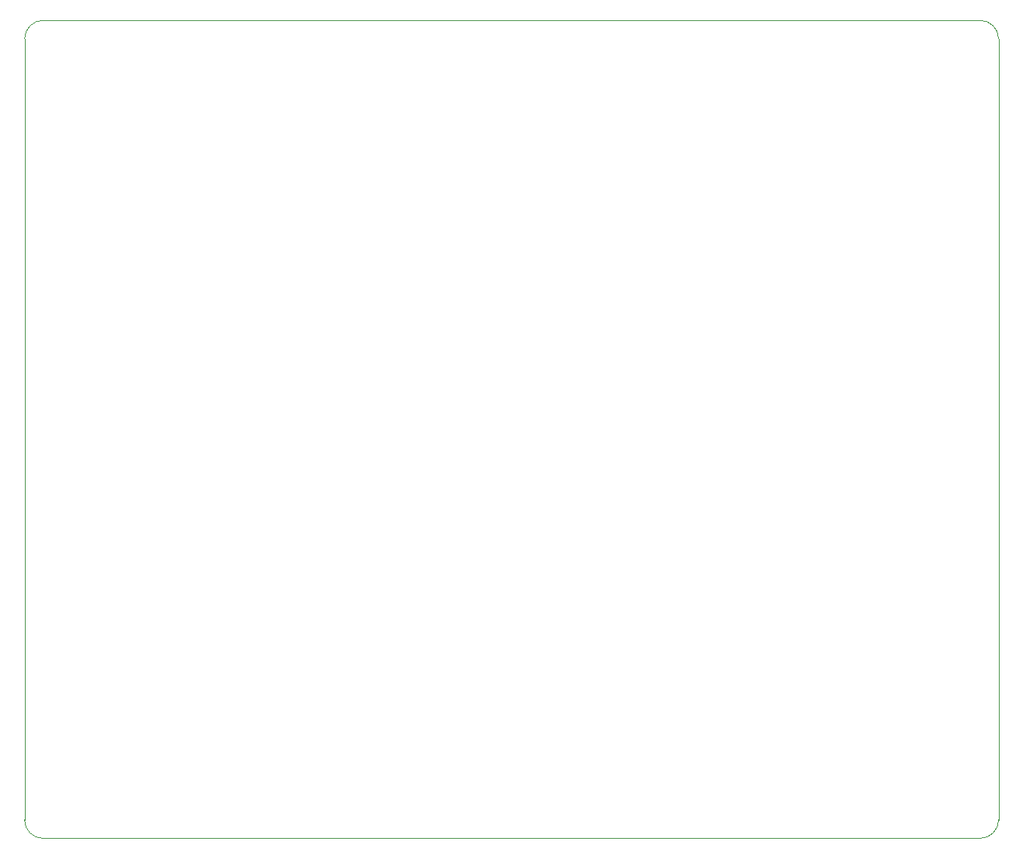
<source format=gbr>
G04 #@! TF.GenerationSoftware,KiCad,Pcbnew,(5.1.5-0-10_14)*
G04 #@! TF.CreationDate,2020-06-05T11:11:00+01:00*
G04 #@! TF.ProjectId,v9958video,76393935-3876-4696-9465-6f2e6b696361,rev?*
G04 #@! TF.SameCoordinates,Original*
G04 #@! TF.FileFunction,Profile,NP*
%FSLAX46Y46*%
G04 Gerber Fmt 4.6, Leading zero omitted, Abs format (unit mm)*
G04 Created by KiCad (PCBNEW (5.1.5-0-10_14)) date 2020-06-05 11:11:00*
%MOMM*%
%LPD*%
G04 APERTURE LIST*
%ADD10C,0.050000*%
G04 APERTURE END LIST*
D10*
X216000000Y-32000000D02*
X216000000Y-117000000D01*
X210000000Y-30000000D02*
X214000000Y-30000000D01*
X210000000Y-119000000D02*
X214000000Y-119000000D01*
X110000000Y-32000000D02*
X110000000Y-117000000D01*
X112000000Y-30000000D02*
X117000000Y-30000000D01*
X112000000Y-119000000D02*
X117000000Y-119000000D01*
X210000000Y-119000000D02*
X117000000Y-119000000D01*
X117000000Y-30000000D02*
X210000000Y-30000000D01*
X110000000Y-32000000D02*
G75*
G02X112000000Y-30000000I2000000J0D01*
G01*
X112000000Y-119000000D02*
G75*
G02X110000000Y-117000000I0J2000000D01*
G01*
X216000000Y-117000000D02*
G75*
G02X214000000Y-119000000I-2000000J0D01*
G01*
X214000000Y-30000000D02*
G75*
G02X216000000Y-32000000I0J-2000000D01*
G01*
M02*

</source>
